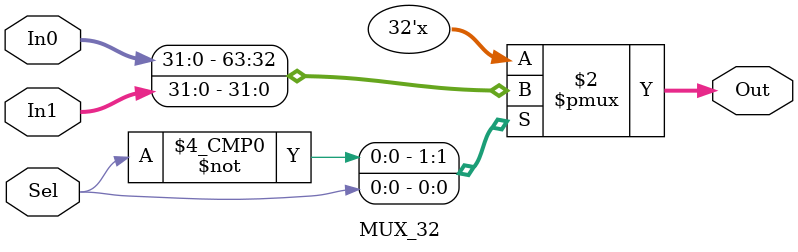
<source format=v>
module MUX_32(
    input [31:0] In0,
    input [31:0] In1,
    input Sel,
    output reg [31:0] Out
    );
	 
	 always@(In0, In1, Sel)
		 case (Sel)
			 0: Out <= In0;
			 1: Out <= In1;
		 endcase
endmodule
</source>
